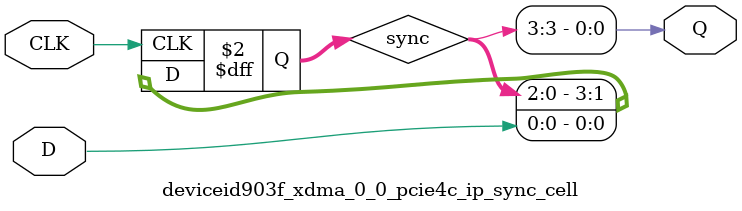
<source format=v>

`timescale 1ps / 1ps

(* DowngradeIPIdentifiedWarnings = "yes" *)
module deviceid903f_xdma_0_0_pcie4c_ip_sync_cell #
(
    parameter integer STAGE = 3
)
(
    //-------------------------------------------------------------------------- 
    //  Input Ports
    //-------------------------------------------------------------------------- 
    input                               CLK,
    input                               D,
    
    //-------------------------------------------------------------------------- 
    //  Output Ports
    //-------------------------------------------------------------------------- 
    output                              Q
);
    //-------------------------------------------------------------------------- 
    //  Synchronized Signals
    //--------------------------------------------------------------------------  
    (* ASYNC_REG = "TRUE", SHIFT_EXTRACT = "NO" *) reg [STAGE:0] sync;                                                            



//--------------------------------------------------------------------------------------------------
//  Synchronizier
//--------------------------------------------------------------------------------------------------
always @ (posedge CLK)
begin

    sync <= {sync[(STAGE-1):0], D};
            
end   



//--------------------------------------------------------------------------------------------------
//  Generate Output
//--------------------------------------------------------------------------------------------------
assign Q = sync[STAGE];



endmodule

</source>
